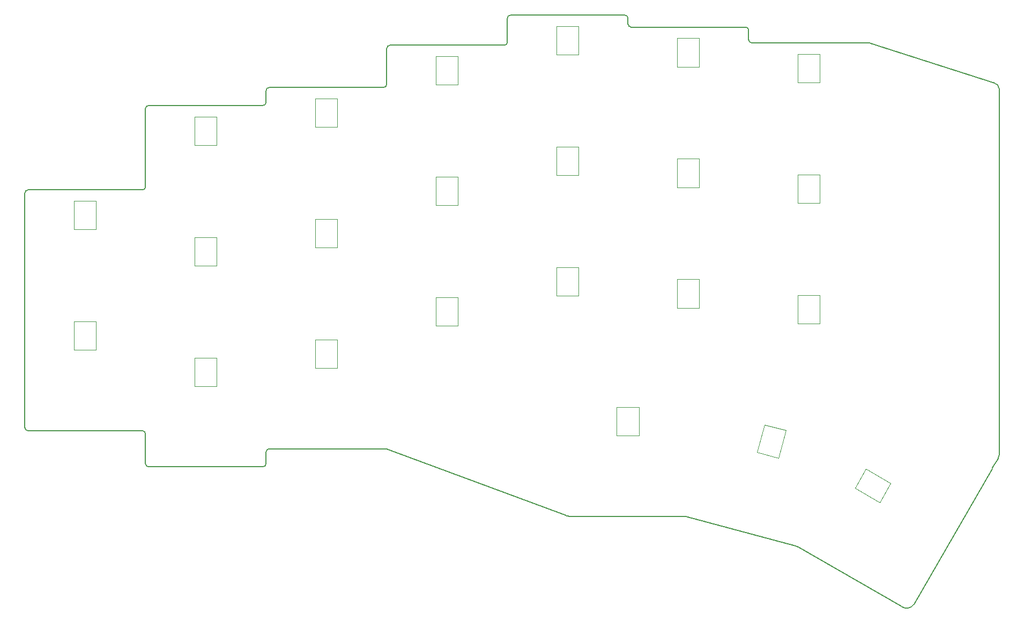
<source format=gm1>
%TF.GenerationSoftware,KiCad,Pcbnew,(6.0.0)*%
%TF.CreationDate,2022-01-01T14:12:31+04:00*%
%TF.ProjectId,Angel Wings FINAL,416e6765-6c20-4576-996e-67732046494e,rev?*%
%TF.SameCoordinates,Original*%
%TF.FileFunction,Profile,NP*%
%FSLAX46Y46*%
G04 Gerber Fmt 4.6, Leading zero omitted, Abs format (unit mm)*
G04 Created by KiCad (PCBNEW (6.0.0)) date 2022-01-01 14:12:31*
%MOMM*%
%LPD*%
G01*
G04 APERTURE LIST*
%TA.AperFunction,Profile*%
%ADD10C,0.150000*%
%TD*%
%TA.AperFunction,Profile*%
%ADD11C,0.100000*%
%TD*%
G04 APERTURE END LIST*
D10*
X174774999Y-64774998D02*
G75*
G03*
X175275003Y-65274998I500010J10D01*
G01*
X98075003Y-75177498D02*
G75*
G03*
X98575002Y-74677500I-1J500000D01*
G01*
D11*
X144430003Y-62649999D02*
X147929996Y-62649998D01*
X147929996Y-62649998D02*
X147930002Y-67149999D01*
X147930002Y-67149999D02*
X144429999Y-67150002D01*
X144429999Y-67150002D02*
X144430003Y-62649999D01*
D10*
X213290000Y-132450000D02*
X214180000Y-130960000D01*
D11*
X125375002Y-86459999D02*
X128875004Y-86459999D01*
X128875004Y-86459999D02*
X128874999Y-90960000D01*
X128874999Y-90960000D02*
X125375002Y-90959998D01*
X125375002Y-90959998D02*
X125375002Y-86459999D01*
D10*
X156225001Y-62794997D02*
X174275003Y-62794998D01*
X117624994Y-71824999D02*
X117625000Y-66154997D01*
D11*
X68230002Y-109319998D02*
X71730004Y-109319997D01*
X71730004Y-109319997D02*
X71729997Y-113819998D01*
X71729997Y-113819998D02*
X68230001Y-113819996D01*
X68230001Y-113819996D02*
X68230002Y-109319998D01*
D10*
X155725001Y-62294996D02*
G75*
G03*
X156225001Y-62794997I499998J-3D01*
G01*
X137174997Y-60894997D02*
X155225001Y-60894995D01*
X214180000Y-130960000D02*
G75*
G03*
X214350050Y-130400000I-878639J572627D01*
G01*
X198947182Y-154389339D02*
X182610000Y-144960000D01*
X60475000Y-126067497D02*
X60475001Y-89017493D01*
X99075002Y-129427499D02*
G75*
G03*
X98574995Y-129927499I-7J-500000D01*
G01*
D11*
X163480000Y-64549998D02*
X166980002Y-64549998D01*
X166980002Y-64549998D02*
X166980002Y-69049997D01*
X166980002Y-69049997D02*
X163480000Y-69050001D01*
X163480000Y-69050001D02*
X163480000Y-64549998D01*
D10*
X60475000Y-126067497D02*
G75*
G03*
X60975001Y-126567497I500000J0D01*
G01*
X79525001Y-131777500D02*
G75*
G03*
X80025001Y-132277498I499995J-3D01*
G01*
X79525002Y-127067496D02*
G75*
G03*
X79025002Y-126567496I-500003J-3D01*
G01*
X164560000Y-140090000D02*
X146370000Y-140090000D01*
X60975003Y-88517494D02*
X79025002Y-88517496D01*
X145954708Y-139999688D02*
G75*
G03*
X146370000Y-140090000I415618J911184D01*
G01*
D11*
X68230000Y-90269997D02*
X71730003Y-90269998D01*
X71730003Y-90269998D02*
X71730003Y-94770000D01*
X71730003Y-94770000D02*
X68230006Y-94770001D01*
X68230006Y-94770001D02*
X68230000Y-90269997D01*
D10*
X79025002Y-88517496D02*
G75*
G03*
X79525004Y-88017497I7J499995D01*
G01*
X137174997Y-60894997D02*
G75*
G03*
X136674995Y-61394997I3J-500005D01*
G01*
D11*
X106330003Y-74079927D02*
X109830001Y-74079927D01*
X109830001Y-74079927D02*
X109830002Y-78579930D01*
X109830002Y-78579930D02*
X106330001Y-78579928D01*
X106330001Y-78579928D02*
X106330003Y-74079927D01*
D10*
X155725003Y-61394997D02*
G75*
G03*
X155225001Y-60894995I-500001J1D01*
G01*
D11*
X87279995Y-76939995D02*
X90780000Y-76939997D01*
X90780000Y-76939997D02*
X90780000Y-81439998D01*
X90780000Y-81439998D02*
X87279998Y-81439999D01*
X87279998Y-81439999D02*
X87279995Y-76939995D01*
D10*
X182610000Y-144960000D02*
G75*
G03*
X182230000Y-144800000I-592196J-875217D01*
G01*
X198947182Y-154389339D02*
G75*
G03*
X200875194Y-154009848I774999J1149997D01*
G01*
X145954708Y-139999688D02*
X117624999Y-129427502D01*
X175275003Y-65274998D02*
X193670000Y-65279950D01*
X194040000Y-65340000D02*
G75*
G03*
X193670000Y-65279950I-339434J-921523D01*
G01*
X174774997Y-63294999D02*
X174774999Y-64774998D01*
X99074999Y-72324998D02*
X117124998Y-72324999D01*
D11*
X125375005Y-67409995D02*
X128874995Y-67409994D01*
X128874995Y-67409994D02*
X128874996Y-71910000D01*
X128874996Y-71910000D02*
X125375004Y-71909998D01*
X125375004Y-71909998D02*
X125375005Y-67409995D01*
D10*
X136175004Y-65655000D02*
G75*
G03*
X136675003Y-65154998I1J499998D01*
G01*
D11*
X144430004Y-81700001D02*
X147929999Y-81699999D01*
X147929999Y-81699999D02*
X147930002Y-86199998D01*
X147930002Y-86199998D02*
X144430001Y-86199997D01*
X144430001Y-86199997D02*
X144430004Y-81700001D01*
X182530001Y-105120000D02*
X186030001Y-105119999D01*
X186030001Y-105119999D02*
X186029997Y-109619995D01*
X186029997Y-109619995D02*
X182530001Y-109620001D01*
X182530001Y-109620001D02*
X182530001Y-105120000D01*
X163480004Y-102649998D02*
X166979998Y-102649994D01*
X166979998Y-102649994D02*
X166980006Y-107149996D01*
X166980006Y-107149996D02*
X163479999Y-107149995D01*
X163479999Y-107149995D02*
X163480004Y-102649998D01*
D10*
X194040000Y-65340000D02*
X213600000Y-71630000D01*
D11*
X191563460Y-135662458D02*
X193313460Y-132631369D01*
X193313460Y-132631369D02*
X197210575Y-134881371D01*
X197210575Y-134881371D02*
X195460572Y-137912457D01*
X195460572Y-137912457D02*
X191563460Y-135662458D01*
D10*
X118125002Y-65654999D02*
G75*
G03*
X117625000Y-66154997I-4J-499998D01*
G01*
X80025001Y-132277498D02*
X98074999Y-132277499D01*
X117124998Y-72324999D02*
G75*
G03*
X117624994Y-71824999I-7J500003D01*
G01*
X80025000Y-75177498D02*
G75*
G03*
X79524998Y-75677496I-9J-499993D01*
G01*
D11*
X87279999Y-115039994D02*
X90780003Y-115039999D01*
X90780003Y-115039999D02*
X90780001Y-119539998D01*
X90780001Y-119539998D02*
X87280002Y-119539997D01*
X87280002Y-119539997D02*
X87279999Y-115039994D01*
X106330006Y-93129927D02*
X109830003Y-93129926D01*
X109830003Y-93129926D02*
X109829998Y-97629926D01*
X109829998Y-97629926D02*
X106330001Y-97629925D01*
X106330001Y-97629925D02*
X106330006Y-93129927D01*
D10*
X214350050Y-72590000D02*
G75*
G03*
X213600000Y-71630000I-989402J-14D01*
G01*
D11*
X163479998Y-83599997D02*
X166980000Y-83599998D01*
X166980000Y-83599998D02*
X166980001Y-88099995D01*
X166980001Y-88099995D02*
X163480000Y-88099998D01*
X163480000Y-88099998D02*
X163479998Y-83599997D01*
D10*
X99075002Y-129427499D02*
X117624999Y-129427502D01*
X60975003Y-88517494D02*
G75*
G03*
X60475001Y-89017493I3J-500005D01*
G01*
X98574999Y-131777497D02*
X98574995Y-129927499D01*
X60975001Y-126567497D02*
X79025002Y-126567496D01*
D11*
X182529999Y-67019998D02*
X186029997Y-67019998D01*
X186029997Y-67019998D02*
X186030002Y-71519999D01*
X186030002Y-71519999D02*
X182529999Y-71520000D01*
X182529999Y-71520000D02*
X182529999Y-67019998D01*
X153950001Y-122839999D02*
X157449996Y-122839997D01*
X157449996Y-122839997D02*
X157450002Y-127339999D01*
X157450002Y-127339999D02*
X153949996Y-127340000D01*
X153949996Y-127340000D02*
X153950001Y-122839999D01*
D10*
X79525002Y-127067496D02*
X79525001Y-131777500D01*
D11*
X87279999Y-95989997D02*
X90779998Y-95989996D01*
X90779998Y-95989996D02*
X90780002Y-100489997D01*
X90780002Y-100489997D02*
X87280003Y-100489996D01*
X87280003Y-100489996D02*
X87279999Y-95989997D01*
D10*
X174774997Y-63294999D02*
G75*
G03*
X174275003Y-62794998I-500003J-2D01*
G01*
X98575002Y-74677500D02*
X98574999Y-72824997D01*
D11*
X106329999Y-112179926D02*
X109830002Y-112179924D01*
X109830002Y-112179924D02*
X109830006Y-116679928D01*
X109830006Y-116679928D02*
X106330003Y-116679926D01*
X106330003Y-116679926D02*
X106329999Y-112179926D01*
D10*
X182230000Y-144800000D02*
X164850000Y-140140000D01*
X136675003Y-65154998D02*
X136674995Y-61394997D01*
X118125002Y-65654999D02*
X136175004Y-65655000D01*
X79525004Y-88017497D02*
X79524998Y-75677496D01*
D11*
X125374996Y-105509998D02*
X128875003Y-105509994D01*
X128875003Y-105509994D02*
X128875004Y-110009997D01*
X128875004Y-110009997D02*
X125374997Y-110009994D01*
X125374997Y-110009994D02*
X125374996Y-105509998D01*
D10*
X164850000Y-140140000D02*
G75*
G03*
X164560000Y-140090000I-311643J-941529D01*
G01*
X200875194Y-154009848D02*
X213227931Y-132553383D01*
D11*
X177259056Y-125612549D02*
X180639792Y-126518417D01*
X180639792Y-126518417D02*
X179475109Y-130865082D01*
X179475109Y-130865082D02*
X176094371Y-129959216D01*
X176094371Y-129959216D02*
X177259056Y-125612549D01*
D10*
X155725003Y-61394997D02*
X155725001Y-62294996D01*
D11*
X182530001Y-86069999D02*
X186030000Y-86070000D01*
X186030000Y-86070000D02*
X186029998Y-90569997D01*
X186029998Y-90569997D02*
X182530001Y-90570001D01*
X182530001Y-90570001D02*
X182530001Y-86069999D01*
X144429998Y-100750002D02*
X147930004Y-100749998D01*
X147930004Y-100749998D02*
X147930003Y-105249999D01*
X147930003Y-105249999D02*
X144430002Y-105249998D01*
X144430002Y-105249998D02*
X144429998Y-100750002D01*
D10*
X80025000Y-75177498D02*
X98075003Y-75177498D01*
X214350050Y-130400000D02*
X214350050Y-72590000D01*
X98074999Y-132277499D02*
G75*
G03*
X98574999Y-131777497I0J500000D01*
G01*
X99074999Y-72324998D02*
G75*
G03*
X98574999Y-72824997I5J-500005D01*
G01*
M02*

</source>
